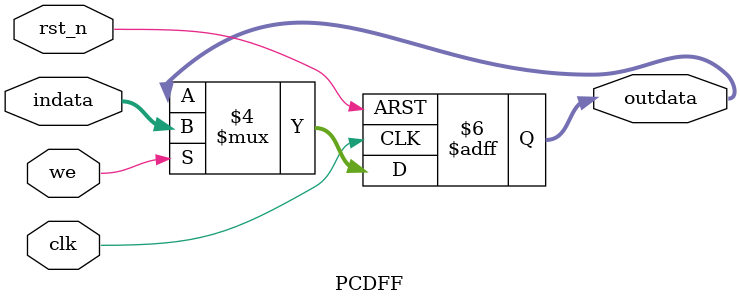
<source format=v>
`timescale 1ns / 1ps
module PCDFF(
input clk,rst_n,
input [31:0] indata,
input we,
output reg [31:0] outdata
    );

always @ (posedge clk or negedge rst_n)
begin
	if(~rst_n)outdata <= 0;
	else if(we)outdata <= indata;
	else outdata <= outdata;
end

endmodule

</source>
